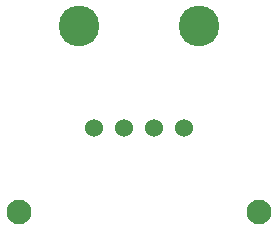
<source format=gbr>
%TF.GenerationSoftware,KiCad,Pcbnew,(5.1.10)-1*%
%TF.CreationDate,2022-03-20T15:01:24-05:00*%
%TF.ProjectId,NO_Breakout_Board,4e4f5f42-7265-4616-9b6f-75745f426f61,rev?*%
%TF.SameCoordinates,Original*%
%TF.FileFunction,Soldermask,Top*%
%TF.FilePolarity,Negative*%
%FSLAX46Y46*%
G04 Gerber Fmt 4.6, Leading zero omitted, Abs format (unit mm)*
G04 Created by KiCad (PCBNEW (5.1.10)-1) date 2022-03-20 15:01:24*
%MOMM*%
%LPD*%
G01*
G04 APERTURE LIST*
%ADD10C,2.100000*%
%ADD11C,1.524000*%
%ADD12C,3.450000*%
G04 APERTURE END LIST*
D10*
%TO.C,REF\u002A\u002A*%
X127762000Y-90932000D03*
%TD*%
%TO.C,REF\u002A\u002A*%
X148082000Y-90932000D03*
%TD*%
D11*
%TO.C,Conn1*%
X134112000Y-83820000D03*
X136652000Y-83820000D03*
X139192000Y-83820000D03*
X141732000Y-83820000D03*
D12*
X132842000Y-75184000D03*
X143002000Y-75184000D03*
%TD*%
M02*

</source>
